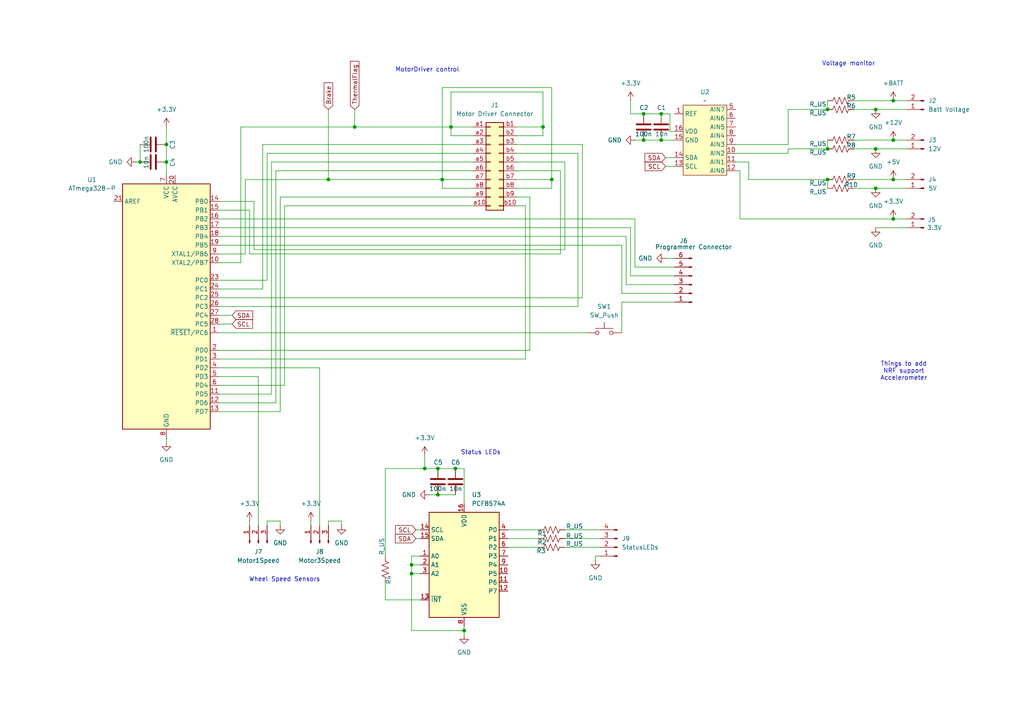
<source format=kicad_sch>
(kicad_sch (version 20231120) (generator "eeschema") (generator_version "8.0")
  (paper "A4")
  (lib_symbols
    (symbol "ADCs:MAX11603"
      (property "Reference" "U" (at 0.762 1.016 0))
      (symbol "MAX11603_1_1"
        (rectangle (start 0 0) (end 12.7 -20.32) (fill (type background)))
        (pin input line (at 15.24 -17.78 180) (length 2.54) (name "REF") (number "1"))
        (pin input line (at -2.54 -6.35 0) (length 2.54) (name "AIN2") (number "10"))
        (pin input line (at -2.54 -3.81 0) (length 2.54) (name "AIN1") (number "11"))
        (pin input line (at -2.54 -1.27 0) (length 2.54) (name "AIN0") (number "12"))
        (pin input line (at 15.24 -2.54 180) (length 2.54) (name "SCL") (number "13"))
        (pin input line (at 15.24 -5.08 180) (length 2.54) (name "SDA") (number "14"))
        (pin power_in line (at 15.24 -10.16 180) (length 2.54) (name "GND") (number "15"))
        (pin power_in line (at 15.24 -12.7 180) (length 2.54) (name "VDD") (number "16"))
        (pin input line (at -2.54 -19.05 0) (length 2.54) (name "AIN7") (number "5"))
        (pin input line (at -2.54 -16.51 0) (length 2.54) (name "AIN6") (number "6"))
        (pin input line (at -2.54 -13.97 0) (length 2.54) (name "AIN5") (number "7"))
        (pin input line (at -2.54 -11.43 0) (length 2.54) (name "AIN4") (number "8"))
        (pin input line (at -2.54 -8.89 0) (length 2.54) (name "AIN3") (number "9"))
      )
    )
    (symbol "Connector:Conn_01x02_Pin" (pin_names (offset 1.016) hide)
      (property "Reference" "J" (at 0 2.54 0))
      (property "Value" "Conn_01x02_Pin" (at 0 -5.08 0))
      (symbol "Conn_01x02_Pin_1_1"
        (polyline (pts (xy 1.27 -2.54) (xy 0.8636 -2.54)) (stroke (width 0.1524)))
        (polyline (pts (xy 1.27 0) (xy 0.8636 0)) (stroke (width 0.1524)))
        (rectangle (start 0.8636 -2.413) (end 0 -2.667) (stroke (width 0.1524)) (fill (type outline)))
        (rectangle (start 0.8636 0.127) (end 0 -0.127) (stroke (width 0.1524)) (fill (type outline)))
        (pin passive line (at 5.08 0 180) (length 3.81) (name "Pin_1") (number "1"))
        (pin passive line (at 5.08 -2.54 180) (length 3.81) (name "Pin_2") (number "2"))
      )
    )
    (symbol "Connector:Conn_01x03_Pin" (pin_names (offset 1.016) hide)
      (property "Reference" "J" (at 0 5.08 0))
      (property "Value" "Conn_01x03_Pin" (at 0 -5.08 0))
      (symbol "Conn_01x03_Pin_1_1"
        (polyline (pts (xy 1.27 -2.54) (xy 0.8636 -2.54)) (stroke (width 0.1524)))
        (polyline (pts (xy 1.27 0) (xy 0.8636 0)) (stroke (width 0.1524)))
        (polyline (pts (xy 1.27 2.54) (xy 0.8636 2.54)) (stroke (width 0.1524)))
        (rectangle (start 0.8636 -2.413) (end 0 -2.667) (stroke (width 0.1524)) (fill (type outline)))
        (rectangle (start 0.8636 0.127) (end 0 -0.127) (stroke (width 0.1524)) (fill (type outline)))
        (rectangle (start 0.8636 2.667) (end 0 2.413) (stroke (width 0.1524)) (fill (type outline)))
        (pin passive line (at 5.08 2.54 180) (length 3.81) (name "Pin_1") (number "1"))
        (pin passive line (at 5.08 0 180) (length 3.81) (name "Pin_2") (number "2"))
        (pin passive line (at 5.08 -2.54 180) (length 3.81) (name "Pin_3") (number "3"))
      )
    )
    (symbol "Connector:Conn_01x04_Pin" (pin_names (offset 1.016) hide)
      (property "Reference" "J" (at 0 5.08 0))
      (property "Value" "Conn_01x04_Pin" (at 0 -7.62 0))
      (symbol "Conn_01x04_Pin_1_1"
        (polyline (pts (xy 1.27 -5.08) (xy 0.8636 -5.08)) (stroke (width 0.1524)))
        (polyline (pts (xy 1.27 -2.54) (xy 0.8636 -2.54)) (stroke (width 0.1524)))
        (polyline (pts (xy 1.27 0) (xy 0.8636 0)) (stroke (width 0.1524)))
        (polyline (pts (xy 1.27 2.54) (xy 0.8636 2.54)) (stroke (width 0.1524)))
        (rectangle (start 0.8636 -4.953) (end 0 -5.207) (stroke (width 0.1524)) (fill (type outline)))
        (rectangle (start 0.8636 -2.413) (end 0 -2.667) (stroke (width 0.1524)) (fill (type outline)))
        (rectangle (start 0.8636 0.127) (end 0 -0.127) (stroke (width 0.1524)) (fill (type outline)))
        (rectangle (start 0.8636 2.667) (end 0 2.413) (stroke (width 0.1524)) (fill (type outline)))
        (pin passive line (at 5.08 2.54 180) (length 3.81) (name "Pin_1") (number "1"))
        (pin passive line (at 5.08 0 180) (length 3.81) (name "Pin_2") (number "2"))
        (pin passive line (at 5.08 -2.54 180) (length 3.81) (name "Pin_3") (number "3"))
        (pin passive line (at 5.08 -5.08 180) (length 3.81) (name "Pin_4") (number "4"))
      )
    )
    (symbol "Connector:Conn_01x06_Pin" (pin_names (offset 1.016) hide)
      (property "Reference" "J" (at 0 7.62 0))
      (property "Value" "Conn_01x06_Pin" (at 0 -10.16 0))
      (symbol "Conn_01x06_Pin_1_1"
        (polyline (pts (xy 1.27 -7.62) (xy 0.8636 -7.62)) (stroke (width 0.1524)))
        (polyline (pts (xy 1.27 -5.08) (xy 0.8636 -5.08)) (stroke (width 0.1524)))
        (polyline (pts (xy 1.27 -2.54) (xy 0.8636 -2.54)) (stroke (width 0.1524)))
        (polyline (pts (xy 1.27 0) (xy 0.8636 0)) (stroke (width 0.1524)))
        (polyline (pts (xy 1.27 2.54) (xy 0.8636 2.54)) (stroke (width 0.1524)))
        (polyline (pts (xy 1.27 5.08) (xy 0.8636 5.08)) (stroke (width 0.1524)))
        (rectangle (start 0.8636 -7.493) (end 0 -7.747) (stroke (width 0.1524)) (fill (type outline)))
        (rectangle (start 0.8636 -4.953) (end 0 -5.207) (stroke (width 0.1524)) (fill (type outline)))
        (rectangle (start 0.8636 -2.413) (end 0 -2.667) (stroke (width 0.1524)) (fill (type outline)))
        (rectangle (start 0.8636 0.127) (end 0 -0.127) (stroke (width 0.1524)) (fill (type outline)))
        (rectangle (start 0.8636 2.667) (end 0 2.413) (stroke (width 0.1524)) (fill (type outline)))
        (rectangle (start 0.8636 5.207) (end 0 4.953) (stroke (width 0.1524)) (fill (type outline)))
        (pin passive line (at 5.08 5.08 180) (length 3.81) (name "Pin_1") (number "1"))
        (pin passive line (at 5.08 2.54 180) (length 3.81) (name "Pin_2") (number "2"))
        (pin passive line (at 5.08 0 180) (length 3.81) (name "Pin_3") (number "3"))
        (pin passive line (at 5.08 -2.54 180) (length 3.81) (name "Pin_4") (number "4"))
        (pin passive line (at 5.08 -5.08 180) (length 3.81) (name "Pin_5") (number "5"))
        (pin passive line (at 5.08 -7.62 180) (length 3.81) (name "Pin_6") (number "6"))
      )
    )
    (symbol "Connector:DIN41612_02x10_AB" (pin_names (offset 1.016) hide)
      (property "Reference" "J" (at 1.27 12.7 0))
      (property "Value" "DIN41612_02x10_AB" (at 1.27 -15.24 0))
      (symbol "DIN41612_02x10_AB_1_1"
        (rectangle (start -1.27 -12.573) (end 0 -12.827) (stroke (width 0.1524)))
        (rectangle (start -1.27 -10.033) (end 0 -10.287) (stroke (width 0.1524)))
        (rectangle (start -1.27 -7.493) (end 0 -7.747) (stroke (width 0.1524)))
        (rectangle (start -1.27 -4.953) (end 0 -5.207) (stroke (width 0.1524)))
        (rectangle (start -1.27 -2.413) (end 0 -2.667) (stroke (width 0.1524)))
        (rectangle (start -1.27 0.127) (end 0 -0.127) (stroke (width 0.1524)))
        (rectangle (start -1.27 2.667) (end 0 2.413) (stroke (width 0.1524)))
        (rectangle (start -1.27 5.207) (end 0 4.953) (stroke (width 0.1524)))
        (rectangle (start -1.27 7.747) (end 0 7.493) (stroke (width 0.1524)))
        (rectangle (start -1.27 10.287) (end 0 10.033) (stroke (width 0.1524)))
        (rectangle (start -1.27 11.43) (end 3.81 -13.97) (stroke (width 0.254)) (fill (type background)))
        (rectangle (start 3.81 -12.573) (end 2.54 -12.827) (stroke (width 0.1524)))
        (rectangle (start 3.81 -10.033) (end 2.54 -10.287) (stroke (width 0.1524)))
        (rectangle (start 3.81 -7.493) (end 2.54 -7.747) (stroke (width 0.1524)))
        (rectangle (start 3.81 -4.953) (end 2.54 -5.207) (stroke (width 0.1524)))
        (rectangle (start 3.81 -2.413) (end 2.54 -2.667) (stroke (width 0.1524)))
        (rectangle (start 3.81 0.127) (end 2.54 -0.127) (stroke (width 0.1524)))
        (rectangle (start 3.81 2.667) (end 2.54 2.413) (stroke (width 0.1524)))
        (rectangle (start 3.81 5.207) (end 2.54 4.953) (stroke (width 0.1524)))
        (rectangle (start 3.81 7.747) (end 2.54 7.493) (stroke (width 0.1524)))
        (rectangle (start 3.81 10.287) (end 2.54 10.033) (stroke (width 0.1524)))
        (pin passive line (at -5.08 10.16 0) (length 3.81) (name "Pin_a1") (number "a1"))
        (pin passive line (at -5.08 -12.7 0) (length 3.81) (name "Pin_a10") (number "a10"))
        (pin passive line (at -5.08 7.62 0) (length 3.81) (name "Pin_a2") (number "a2"))
        (pin passive line (at -5.08 5.08 0) (length 3.81) (name "Pin_a3") (number "a3"))
        (pin passive line (at -5.08 2.54 0) (length 3.81) (name "Pin_a4") (number "a4"))
        (pin passive line (at -5.08 0 0) (length 3.81) (name "Pin_a5") (number "a5"))
        (pin passive line (at -5.08 -2.54 0) (length 3.81) (name "Pin_a6") (number "a6"))
        (pin passive line (at -5.08 -5.08 0) (length 3.81) (name "Pin_a7") (number "a7"))
        (pin passive line (at -5.08 -7.62 0) (length 3.81) (name "Pin_a8") (number "a8"))
        (pin passive line (at -5.08 -10.16 0) (length 3.81) (name "Pin_a9") (number "a9"))
        (pin passive line (at 7.62 10.16 180) (length 3.81) (name "Pin_b1") (number "b1"))
        (pin passive line (at 7.62 -12.7 180) (length 3.81) (name "Pin_b10") (number "b10"))
        (pin passive line (at 7.62 7.62 180) (length 3.81) (name "Pin_b2") (number "b2"))
        (pin passive line (at 7.62 5.08 180) (length 3.81) (name "Pin_b3") (number "b3"))
        (pin passive line (at 7.62 2.54 180) (length 3.81) (name "Pin_b4") (number "b4"))
        (pin passive line (at 7.62 0 180) (length 3.81) (name "Pin_b5") (number "b5"))
        (pin passive line (at 7.62 -2.54 180) (length 3.81) (name "Pin_b6") (number "b6"))
        (pin passive line (at 7.62 -5.08 180) (length 3.81) (name "Pin_b7") (number "b7"))
        (pin passive line (at 7.62 -7.62 180) (length 3.81) (name "Pin_b8") (number "b8"))
        (pin passive line (at 7.62 -10.16 180) (length 3.81) (name "Pin_b9") (number "b9"))
      )
    )
    (symbol "Device:C" (pin_numbers hide) (pin_names (offset 0.254))
      (property "Reference" "C" (at 0.635 2.54 0))
      (property "Value" "C" (at 0.635 -2.54 0))
      (symbol "C_0_1"
        (polyline (pts (xy -2.032 -0.762) (xy 2.032 -0.762)) (stroke (width 0.508)))
        (polyline (pts (xy -2.032 0.762) (xy 2.032 0.762)) (stroke (width 0.508)))
      )
      (symbol "C_1_1"
        (pin passive line (at 0 3.81 270) (length 2.794) (name "~") (number "1"))
        (pin passive line (at 0 -3.81 90) (length 2.794) (name "~") (number "2"))
      )
    )
    (symbol "Device:R_US" (pin_numbers hide) (pin_names (offset 0))
      (property "Reference" "R" (at 2.54 0 90))
      (property "Value" "R_US" (at -2.54 0 90))
      (symbol "R_US_0_1"
        (polyline (pts (xy 0 -2.286) (xy 0 -2.54)))
        (polyline (pts (xy 0 2.286) (xy 0 2.54)))
        (polyline (pts (xy 0 -0.762) (xy 1.016 -1.143) (xy 0 -1.524) (xy -1.016 -1.905) (xy 0 -2.286)))
        (polyline (pts (xy 0 0.762) (xy 1.016 0.381) (xy 0 0) (xy -1.016 -0.381) (xy 0 -0.762)))
        (polyline (pts (xy 0 2.286) (xy 1.016 1.905) (xy 0 1.524) (xy -1.016 1.143) (xy 0 0.762)))
      )
      (symbol "R_US_1_1"
        (pin passive line (at 0 3.81 270) (length 1.27) (name "~") (number "1"))
        (pin passive line (at 0 -3.81 90) (length 1.27) (name "~") (number "2"))
      )
    )
    (symbol "Interface_Expansion:PCF8574A"
      (property "Reference" "U" (at -8.89 16.51 0))
      (property "Value" "PCF8574A" (at 2.54 16.51 0))
      (symbol "PCF8574A_0_1"
        (rectangle (start -10.16 15.24) (end 10.16 -15.24) (stroke (width 0.254)) (fill (type background)))
      )
      (symbol "PCF8574A_1_1"
        (pin input line (at -12.7 2.54 0) (length 2.54) (name "A0") (number "1"))
        (pin bidirectional line (at 12.7 -2.54 180) (length 2.54) (name "P5") (number "10"))
        (pin bidirectional line (at 12.7 -5.08 180) (length 2.54) (name "P6") (number "11"))
        (pin bidirectional line (at 12.7 -7.62 180) (length 2.54) (name "P7") (number "12"))
        (pin open_collector output_low (at -12.7 -10.16 0) (length 2.54) (name "~{INT}") (number "13"))
        (pin input line (at -12.7 10.16 0) (length 2.54) (name "SCL") (number "14"))
        (pin bidirectional line (at -12.7 7.62 0) (length 2.54) (name "SDA") (number "15"))
        (pin power_in line (at 0 17.78 270) (length 2.54) (name "VDD") (number "16"))
        (pin input line (at -12.7 0 0) (length 2.54) (name "A1") (number "2"))
        (pin input line (at -12.7 -2.54 0) (length 2.54) (name "A2") (number "3"))
        (pin bidirectional line (at 12.7 10.16 180) (length 2.54) (name "P0") (number "4"))
        (pin bidirectional line (at 12.7 7.62 180) (length 2.54) (name "P1") (number "5"))
        (pin bidirectional line (at 12.7 5.08 180) (length 2.54) (name "P2") (number "6"))
        (pin bidirectional line (at 12.7 2.54 180) (length 2.54) (name "P3") (number "7"))
        (pin power_in line (at 0 -17.78 90) (length 2.54) (name "VSS") (number "8"))
        (pin bidirectional line (at 12.7 0 180) (length 2.54) (name "P4") (number "9"))
      )
    )
    (symbol "MCU_Microchip_ATmega:ATmega328-P"
      (property "Reference" "U" (at -12.7 36.83 0))
      (property "Value" "ATmega328-P" (at 2.54 -36.83 0))
      (symbol "ATmega328-P_0_1"
        (rectangle (start -12.7 -35.56) (end 12.7 35.56) (stroke (width 0.254)) (fill (type background)))
      )
      (symbol "ATmega328-P_1_1"
        (pin bidirectional line (at 15.24 -7.62 180) (length 2.54) (name "~{RESET}/PC6") (number "1"))
        (pin bidirectional line (at 15.24 12.7 180) (length 2.54) (name "XTAL2/PB7") (number "10"))
        (pin bidirectional line (at 15.24 -25.4 180) (length 2.54) (name "PD5") (number "11"))
        (pin bidirectional line (at 15.24 -27.94 180) (length 2.54) (name "PD6") (number "12"))
        (pin bidirectional line (at 15.24 -30.48 180) (length 2.54) (name "PD7") (number "13"))
        (pin bidirectional line (at 15.24 30.48 180) (length 2.54) (name "PB0") (number "14"))
        (pin bidirectional line (at 15.24 27.94 180) (length 2.54) (name "PB1") (number "15"))
        (pin bidirectional line (at 15.24 25.4 180) (length 2.54) (name "PB2") (number "16"))
        (pin bidirectional line (at 15.24 22.86 180) (length 2.54) (name "PB3") (number "17"))
        (pin bidirectional line (at 15.24 20.32 180) (length 2.54) (name "PB4") (number "18"))
        (pin bidirectional line (at 15.24 17.78 180) (length 2.54) (name "PB5") (number "19"))
        (pin bidirectional line (at 15.24 -12.7 180) (length 2.54) (name "PD0") (number "2"))
        (pin power_in line (at 2.54 38.1 270) (length 2.54) (name "AVCC") (number "20"))
        (pin passive line (at -15.24 30.48 0) (length 2.54) (name "AREF") (number "21"))
        (pin passive line (at 0 -38.1 90) (length 2.54) hide (name "GND") (number "22"))
        (pin bidirectional line (at 15.24 7.62 180) (length 2.54) (name "PC0") (number "23"))
        (pin bidirectional line (at 15.24 5.08 180) (length 2.54) (name "PC1") (number "24"))
        (pin bidirectional line (at 15.24 2.54 180) (length 2.54) (name "PC2") (number "25"))
        (pin bidirectional line (at 15.24 0 180) (length 2.54) (name "PC3") (number "26"))
        (pin bidirectional line (at 15.24 -2.54 180) (length 2.54) (name "PC4") (number "27"))
        (pin bidirectional line (at 15.24 -5.08 180) (length 2.54) (name "PC5") (number "28"))
        (pin bidirectional line (at 15.24 -15.24 180) (length 2.54) (name "PD1") (number "3"))
        (pin bidirectional line (at 15.24 -17.78 180) (length 2.54) (name "PD2") (number "4"))
        (pin bidirectional line (at 15.24 -20.32 180) (length 2.54) (name "PD3") (number "5"))
        (pin bidirectional line (at 15.24 -22.86 180) (length 2.54) (name "PD4") (number "6"))
        (pin power_in line (at 0 38.1 270) (length 2.54) (name "VCC") (number "7"))
        (pin power_in line (at 0 -38.1 90) (length 2.54) (name "GND") (number "8"))
        (pin bidirectional line (at 15.24 15.24 180) (length 2.54) (name "XTAL1/PB6") (number "9"))
      )
    )
    (symbol "Switch:SW_Push" (pin_numbers hide) (pin_names (offset 1.016) hide)
      (property "Reference" "SW" (at 1.27 2.54 0))
      (property "Value" "SW_Push" (at 0 -1.524 0))
      (symbol "SW_Push_0_1"
        (circle (center -2.032 0) (radius 0.508))
        (polyline (pts (xy 0 1.27) (xy 0 3.048)))
        (polyline (pts (xy 2.54 1.27) (xy -2.54 1.27)))
        (circle (center 2.032 0) (radius 0.508))
        (pin passive line (at -5.08 0 0) (length 2.54) (name "1") (number "1"))
        (pin passive line (at 5.08 0 180) (length 2.54) (name "2") (number "2"))
      )
    )
    (symbol "power:+12V" (power) (pin_numbers hide) (pin_names (offset 0) hide)
      (property "Value" "+12V" (at 0 3.556 0))
      (symbol "+12V_0_1"
        (polyline (pts (xy -0.762 1.27) (xy 0 2.54)))
        (polyline (pts (xy 0 0) (xy 0 2.54)))
        (polyline (pts (xy 0 2.54) (xy 0.762 1.27)))
      )
      (symbol "+12V_1_1"
        (pin power_in line (at 0 0 90) (length 0) (name "~") (number "1"))
      )
    )
    (symbol "power:+3.3V" (power) (pin_numbers hide) (pin_names (offset 0) hide)
      (property "Value" "+3.3V" (at 0 3.556 0))
      (symbol "+3.3V_0_1"
        (polyline (pts (xy -0.762 1.27) (xy 0 2.54)))
        (polyline (pts (xy 0 0) (xy 0 2.54)))
        (polyline (pts (xy 0 2.54) (xy 0.762 1.27)))
      )
      (symbol "+3.3V_1_1"
        (pin power_in line (at 0 0 90) (length 0) (name "~") (number "1"))
      )
    )
    (symbol "power:+5V" (power) (pin_numbers hide) (pin_names (offset 0) hide)
      (property "Value" "+5V" (at 0 3.556 0))
      (symbol "+5V_0_1"
        (polyline (pts (xy -0.762 1.27) (xy 0 2.54)))
        (polyline (pts (xy 0 0) (xy 0 2.54)))
        (polyline (pts (xy 0 2.54) (xy 0.762 1.27)))
      )
      (symbol "+5V_1_1"
        (pin power_in line (at 0 0 90) (length 0) (name "~") (number "1"))
      )
    )
    (symbol "power:+BATT" (power) (pin_numbers hide) (pin_names (offset 0) hide)
      (property "Value" "+BATT" (at 0 3.556 0))
      (symbol "+BATT_0_1"
        (polyline (pts (xy -0.762 1.27) (xy 0 2.54)))
        (polyline (pts (xy 0 0) (xy 0 2.54)))
        (polyline (pts (xy 0 2.54) (xy 0.762 1.27)))
      )
      (symbol "+BATT_1_1"
        (pin power_in line (at 0 0 90) (length 0) (name "~") (number "1"))
      )
    )
    (symbol "power:GND" (power) (pin_numbers hide) (pin_names (offset 0) hide)
      (property "Value" "GND" (at 0 -3.81 0))
      (symbol "GND_0_1"
        (polyline (pts (xy 0 0) (xy 0 -1.27) (xy 1.27 -1.27) (xy 0 -2.54) (xy -1.27 -1.27) (xy 0 -1.27)))
      )
      (symbol "GND_1_1"
        (pin power_in line (at 0 0 270) (length 0) (name "~") (number "1"))
      )
    )
  )
  (junction (at 259.08 52.07))
  (junction (at 254 43.18))
  (junction (at 186.69 40.64))
  (junction (at 259.08 29.21))
  (junction (at 128.27 52.07))
  (junction (at 191.77 40.64))
  (junction (at 132.08 135.89))
  (junction (at 119.38 166.37))
  (junction (at 102.87 36.83))
  (junction (at 186.69 33.02))
  (junction (at 259.08 40.64))
  (junction (at 160.02 52.07))
  (junction (at 240.03 43.18))
  (junction (at 191.77 33.02))
  (junction (at 127 143.51))
  (junction (at 48.26 41.91))
  (junction (at 134.62 182.88))
  (junction (at 240.03 31.75))
  (junction (at 119.38 163.83))
  (junction (at 95.25 52.07))
  (junction (at 259.08 63.5))
  (junction (at 254 54.61))
  (junction (at 40.64 46.99))
  (junction (at 130.81 36.83))
  (junction (at 127 135.89))
  (junction (at 157.48 36.83))
  (junction (at 254 31.75))
  (junction (at 123.19 135.89))
  (junction (at 48.26 46.99))
  (junction (at 240.03 52.07))
  (wire (pts (xy 63.5 106.68) (xy 92.71 106.68)))
  (wire (pts (xy 90.17 151.13) (xy 90.17 152.4)))
  (wire (pts (xy 111.76 135.89) (xy 123.19 135.89)))
  (wire (pts (xy 191.77 40.64) (xy 195.58 40.64)))
  (wire (pts (xy 95.25 52.07) (xy 95.25 31.75)))
  (wire (pts (xy 214.63 49.53) (xy 214.63 63.5)))
  (wire (pts (xy 193.04 48.26) (xy 195.58 48.26)))
  (wire (pts (xy 149.86 44.45) (xy 167.64 44.45)))
  (wire (pts (xy 123.19 135.89) (xy 127 135.89)))
  (wire (pts (xy 193.04 45.72) (xy 195.58 45.72)))
  (wire (pts (xy 149.86 39.37) (xy 157.48 39.37)))
  (wire (pts (xy 147.32 158.75) (xy 156.21 158.75)))
  (wire (pts (xy 74.93 152.4) (xy 74.93 109.22)))
  (wire (pts (xy 78.74 114.3) (xy 63.5 114.3)))
  (wire (pts (xy 102.87 36.83) (xy 130.81 36.83)))
  (wire (pts (xy 160.02 52.07) (xy 160.02 25.4)))
  (wire (pts (xy 247.65 43.18) (xy 254 43.18)))
  (wire (pts (xy 77.47 81.28) (xy 63.5 81.28)))
  (wire (pts (xy 102.87 36.83) (xy 102.87 31.75)))
  (wire (pts (xy 63.5 60.96) (xy 72.39 60.96)))
  (wire (pts (xy 213.36 41.91) (xy 228.6 41.91)))
  (wire (pts (xy 121.92 173.99) (xy 111.76 173.99)))
  (wire (pts (xy 163.83 46.99) (xy 149.86 46.99)))
  (wire (pts (xy 240.03 40.64) (xy 240.03 43.18)))
  (wire (pts (xy 217.17 46.99) (xy 217.17 52.07)))
  (wire (pts (xy 95.25 152.4) (xy 95.25 151.13)))
  (wire (pts (xy 259.08 40.64) (xy 262.89 40.64)))
  (wire (pts (xy 119.38 163.83) (xy 119.38 166.37)))
  (wire (pts (xy 163.83 153.67) (xy 173.99 153.67)))
  (wire (pts (xy 63.5 63.5) (xy 184.15 63.5)))
  (wire (pts (xy 72.39 73.66) (xy 162.56 73.66)))
  (wire (pts (xy 213.36 44.45) (xy 228.6 44.45)))
  (wire (pts (xy 132.08 135.89) (xy 127 135.89)))
  (wire (pts (xy 63.5 104.14) (xy 152.4 104.14)))
  (wire (pts (xy 228.6 41.91) (xy 228.6 31.75)))
  (wire (pts (xy 128.27 52.07) (xy 95.25 52.07)))
  (wire (pts (xy 254 43.18) (xy 262.89 43.18)))
  (wire (pts (xy 82.55 59.69) (xy 137.16 59.69)))
  (wire (pts (xy 186.69 40.64) (xy 191.77 40.64)))
  (wire (pts (xy 147.32 156.21) (xy 156.21 156.21)))
  (wire (pts (xy 180.34 71.12) (xy 180.34 85.09)))
  (wire (pts (xy 194.31 33.02) (xy 191.77 33.02)))
  (wire (pts (xy 81.28 119.38) (xy 81.28 57.15)))
  (wire (pts (xy 134.62 135.89) (xy 134.62 146.05)))
  (wire (pts (xy 124.46 143.51) (xy 127 143.51)))
  (wire (pts (xy 137.16 46.99) (xy 78.74 46.99)))
  (wire (pts (xy 76.2 83.82) (xy 76.2 41.91)))
  (wire (pts (xy 162.56 49.53) (xy 149.86 49.53)))
  (wire (pts (xy 180.34 85.09) (xy 195.58 85.09)))
  (wire (pts (xy 149.86 54.61) (xy 160.02 54.61)))
  (wire (pts (xy 40.64 41.91) (xy 40.64 46.99)))
  (wire (pts (xy 149.86 36.83) (xy 157.48 36.83)))
  (wire (pts (xy 153.67 57.15) (xy 149.86 57.15)))
  (wire (pts (xy 63.5 73.66) (xy 71.12 73.66)))
  (wire (pts (xy 160.02 54.61) (xy 160.02 52.07)))
  (wire (pts (xy 119.38 166.37) (xy 119.38 182.88)))
  (wire (pts (xy 217.17 52.07) (xy 240.03 52.07)))
  (wire (pts (xy 160.02 25.4) (xy 128.27 25.4)))
  (wire (pts (xy 163.83 156.21) (xy 173.99 156.21)))
  (wire (pts (xy 121.92 161.29) (xy 119.38 161.29)))
  (wire (pts (xy 69.85 36.83) (xy 102.87 36.83)))
  (wire (pts (xy 63.5 83.82) (xy 76.2 83.82)))
  (wire (pts (xy 180.34 87.63) (xy 195.58 87.63)))
  (wire (pts (xy 214.63 49.53) (xy 213.36 49.53)))
  (wire (pts (xy 73.66 72.39) (xy 163.83 72.39)))
  (wire (pts (xy 63.5 111.76) (xy 82.55 111.76)))
  (wire (pts (xy 71.12 52.07) (xy 95.25 52.07)))
  (wire (pts (xy 92.71 106.68) (xy 92.71 152.4)))
  (wire (pts (xy 48.26 127) (xy 48.26 128.27)))
  (wire (pts (xy 77.47 152.4) (xy 77.47 151.13)))
  (wire (pts (xy 81.28 57.15) (xy 137.16 57.15)))
  (wire (pts (xy 119.38 161.29) (xy 119.38 163.83)))
  (wire (pts (xy 127 143.51) (xy 132.08 143.51)))
  (wire (pts (xy 130.81 36.83) (xy 137.16 36.83)))
  (wire (pts (xy 254 66.04) (xy 262.89 66.04)))
  (wire (pts (xy 254 31.75) (xy 262.89 31.75)))
  (wire (pts (xy 259.08 52.07) (xy 262.89 52.07)))
  (wire (pts (xy 63.5 58.42) (xy 73.66 58.42)))
  (wire (pts (xy 128.27 25.4) (xy 128.27 52.07)))
  (wire (pts (xy 128.27 52.07) (xy 128.27 54.61)))
  (wire (pts (xy 182.88 29.21) (xy 182.88 33.02)))
  (wire (pts (xy 254 54.61) (xy 262.89 54.61)))
  (wire (pts (xy 72.39 151.13) (xy 72.39 152.4)))
  (wire (pts (xy 153.67 101.6) (xy 153.67 57.15)))
  (wire (pts (xy 157.48 36.83) (xy 157.48 26.67)))
  (wire (pts (xy 134.62 182.88) (xy 134.62 184.15)))
  (wire (pts (xy 180.34 96.52) (xy 180.34 87.63)))
  (wire (pts (xy 228.6 31.75) (xy 240.03 31.75)))
  (wire (pts (xy 184.15 63.5) (xy 184.15 77.47)))
  (wire (pts (xy 157.48 26.67) (xy 130.81 26.67)))
  (wire (pts (xy 247.65 54.61) (xy 254 54.61)))
  (wire (pts (xy 77.47 44.45) (xy 77.47 81.28)))
  (wire (pts (xy 137.16 39.37) (xy 130.81 39.37)))
  (wire (pts (xy 167.64 88.9) (xy 63.5 88.9)))
  (wire (pts (xy 193.04 74.93) (xy 195.58 74.93)))
  (wire (pts (xy 128.27 54.61) (xy 137.16 54.61)))
  (wire (pts (xy 99.06 151.13) (xy 99.06 152.4)))
  (wire (pts (xy 39.37 46.99) (xy 40.64 46.99)))
  (wire (pts (xy 149.86 59.69) (xy 152.4 59.69)))
  (wire (pts (xy 228.6 43.18) (xy 240.03 43.18)))
  (wire (pts (xy 163.83 158.75) (xy 173.99 158.75)))
  (wire (pts (xy 63.5 66.04) (xy 182.88 66.04)))
  (wire (pts (xy 162.56 73.66) (xy 162.56 49.53)))
  (wire (pts (xy 78.74 46.99) (xy 78.74 114.3)))
  (wire (pts (xy 152.4 59.69) (xy 152.4 104.14)))
  (wire (pts (xy 77.47 151.13) (xy 81.28 151.13)))
  (wire (pts (xy 120.65 156.21) (xy 121.92 156.21)))
  (wire (pts (xy 173.99 161.29) (xy 172.72 161.29)))
  (wire (pts (xy 195.58 38.1) (xy 194.31 38.1)))
  (wire (pts (xy 247.65 29.21) (xy 259.08 29.21)))
  (wire (pts (xy 95.25 151.13) (xy 99.06 151.13)))
  (wire (pts (xy 157.48 39.37) (xy 157.48 36.83)))
  (wire (pts (xy 240.03 29.21) (xy 240.03 31.75)))
  (wire (pts (xy 259.08 63.5) (xy 262.89 63.5)))
  (wire (pts (xy 48.26 46.99) (xy 48.26 50.8)))
  (wire (pts (xy 149.86 52.07) (xy 160.02 52.07)))
  (wire (pts (xy 80.01 116.84) (xy 80.01 49.53)))
  (wire (pts (xy 247.65 52.07) (xy 259.08 52.07)))
  (wire (pts (xy 194.31 38.1) (xy 194.31 33.02)))
  (wire (pts (xy 76.2 41.91) (xy 137.16 41.91)))
  (wire (pts (xy 213.36 46.99) (xy 217.17 46.99)))
  (wire (pts (xy 111.76 173.99) (xy 111.76 168.91)))
  (wire (pts (xy 182.88 66.04) (xy 182.88 80.01)))
  (wire (pts (xy 111.76 161.29) (xy 111.76 135.89)))
  (wire (pts (xy 130.81 39.37) (xy 130.81 36.83)))
  (wire (pts (xy 137.16 44.45) (xy 77.47 44.45)))
  (wire (pts (xy 63.5 116.84) (xy 80.01 116.84)))
  (wire (pts (xy 63.5 76.2) (xy 69.85 76.2)))
  (wire (pts (xy 48.26 41.91) (xy 48.26 46.99)))
  (wire (pts (xy 134.62 135.89) (xy 132.08 135.89)))
  (wire (pts (xy 149.86 41.91) (xy 168.91 41.91)))
  (wire (pts (xy 184.15 77.47) (xy 195.58 77.47)))
  (wire (pts (xy 184.15 40.64) (xy 186.69 40.64)))
  (wire (pts (xy 163.83 72.39) (xy 163.83 46.99)))
  (wire (pts (xy 63.5 96.52) (xy 170.18 96.52)))
  (wire (pts (xy 71.12 73.66) (xy 71.12 52.07)))
  (wire (pts (xy 168.91 41.91) (xy 168.91 86.36)))
  (wire (pts (xy 63.5 93.98) (xy 67.31 93.98)))
  (wire (pts (xy 228.6 44.45) (xy 228.6 43.18)))
  (wire (pts (xy 167.64 44.45) (xy 167.64 88.9)))
  (wire (pts (xy 147.32 153.67) (xy 156.21 153.67)))
  (wire (pts (xy 247.65 40.64) (xy 259.08 40.64)))
  (wire (pts (xy 74.93 109.22) (xy 63.5 109.22)))
  (wire (pts (xy 63.5 101.6) (xy 153.67 101.6)))
  (wire (pts (xy 130.81 26.67) (xy 130.81 36.83)))
  (wire (pts (xy 195.58 80.01) (xy 182.88 80.01)))
  (wire (pts (xy 72.39 60.96) (xy 72.39 73.66)))
  (wire (pts (xy 247.65 31.75) (xy 254 31.75)))
  (wire (pts (xy 63.5 119.38) (xy 81.28 119.38)))
  (wire (pts (xy 69.85 76.2) (xy 69.85 36.83)))
  (wire (pts (xy 81.28 151.13) (xy 81.28 152.4)))
  (wire (pts (xy 63.5 91.44) (xy 67.31 91.44)))
  (wire (pts (xy 119.38 163.83) (xy 121.92 163.83)))
  (wire (pts (xy 63.5 68.58) (xy 181.61 68.58)))
  (wire (pts (xy 181.61 68.58) (xy 181.61 82.55)))
  (wire (pts (xy 119.38 182.88) (xy 134.62 182.88)))
  (wire (pts (xy 48.26 36.83) (xy 48.26 41.91)))
  (wire (pts (xy 137.16 52.07) (xy 128.27 52.07)))
  (wire (pts (xy 63.5 71.12) (xy 180.34 71.12)))
  (wire (pts (xy 181.61 82.55) (xy 195.58 82.55)))
  (wire (pts (xy 80.01 49.53) (xy 137.16 49.53)))
  (wire (pts (xy 172.72 161.29) (xy 172.72 162.56)))
  (wire (pts (xy 168.91 86.36) (xy 63.5 86.36)))
  (wire (pts (xy 191.77 33.02) (xy 186.69 33.02)))
  (wire (pts (xy 134.62 181.61) (xy 134.62 182.88)))
  (wire (pts (xy 182.88 33.02) (xy 186.69 33.02)))
  (wire (pts (xy 259.08 29.21) (xy 262.89 29.21)))
  (wire (pts (xy 214.63 63.5) (xy 259.08 63.5)))
  (wire (pts (xy 120.65 153.67) (xy 121.92 153.67)))
  (wire (pts (xy 82.55 111.76) (xy 82.55 59.69)))
  (wire (pts (xy 240.03 52.07) (xy 240.03 54.61)))
  (wire (pts (xy 73.66 58.42) (xy 73.66 72.39)))
  (wire (pts (xy 123.19 132.08) (xy 123.19 135.89)))
  (wire (pts (xy 119.38 166.37) (xy 121.92 166.37)))
  (text "Voltage monitor" (at 246.126 18.542 0) (effects (font (size 1.27 1.27))))
  (text "Things to add\nNRF support\nAccelerometer" (at 262.128 107.696 0) (effects (font (size 1.27 1.27))))
  (text "MotorDriver control" (at 123.952 20.32 0) (effects (font (size 1.27 1.27))))
  (text "Status LEDs\n" (at 139.446 131.318 0) (effects (font (size 1.27 1.27))))
  (text "Wheel Speed Sensors" (at 82.55 168.148 0) (effects (font (size 1.27 1.27))))
  (global_label "SDA" (shape input) (at 120.65 156.21 180) (property "Intersheetrefs" "${INTERSHEET_REFS}" (effects (hide yes))))
  (global_label "SDA" (shape input) (at 67.31 91.44 0) (property "Intersheetrefs" "${INTERSHEET_REFS}" (effects (hide yes))))
  (global_label "ThermalFlag" (shape input) (at 102.87 31.75 90) (property "Intersheetrefs" "${INTERSHEET_REFS}" (effects (hide yes))))
  (global_label "SDA" (shape input) (at 193.04 45.72 180) (property "Intersheetrefs" "${INTERSHEET_REFS}" (effects (hide yes))))
  (global_label "SCL" (shape input) (at 67.31 93.98 0) (property "Intersheetrefs" "${INTERSHEET_REFS}" (effects (hide yes))))
  (global_label "Brake" (shape input) (at 95.25 31.75 90) (property "Intersheetrefs" "${INTERSHEET_REFS}" (effects (hide yes))))
  (global_label "SCL" (shape input) (at 193.04 48.26 180) (property "Intersheetrefs" "${INTERSHEET_REFS}" (effects (hide yes))))
  (global_label "SCL" (shape input) (at 120.65 153.67 180) (property "Intersheetrefs" "${INTERSHEET_REFS}" (effects (hide yes))))
  (symbol (lib_id "Connector:Conn_01x03_Pin") (at 74.93 157.48 90) (unit 1)
    (property "Reference" "J7" (at 74.93 160.02 90))
    (property "Value" "Motor1Speed" (at 74.93 162.56 90))
    (property "Description" "Generic connector, single row, 01x03, script generated" (effects (hide yes)))
  )
  (symbol (lib_id "power:+3.3V") (at 48.26 36.83 0) (unit 1)
    (property "Reference" "#PWR010" (effects (hide yes)))
    (property "Value" "+3.3V" (at 48.26 31.75 0))
    (property "Description" "Power symbol creates a global label with name \"+3.3V\"" (effects (hide yes)))
  )
  (symbol (lib_id "power:GND") (at 48.26 128.27 0) (unit 1)
    (property "Reference" "#PWR09" (effects (hide yes)))
    (property "Value" "GND" (at 48.26 133.35 0))
    (property "Description" "Power symbol creates a global label with name \"GND\" , ground" (effects (hide yes)))
  )
  (symbol (lib_id "Device:R_US") (at 160.02 156.21 90) (unit 1)
    (property "Reference" "R2" (at 157.226 157.226 90))
    (property "Value" "R_US" (at 166.624 155.448 90))
    (property "Description" "Resistor, US symbol" (effects (hide yes)))
  )
  (symbol (lib_id "Connector:Conn_01x03_Pin") (at 92.71 157.48 90) (unit 1)
    (property "Reference" "J8" (at 92.71 160.02 90))
    (property "Value" "Motor3Speed" (at 92.71 162.56 90))
    (property "Description" "Generic connector, single row, 01x03, script generated" (effects (hide yes)))
  )
  (symbol (lib_id "power:GND") (at 99.06 152.4 0) (unit 1)
    (property "Reference" "#PWR013" (effects (hide yes)))
    (property "Value" "GND" (at 99.06 157.48 0))
    (property "Description" "Power symbol creates a global label with name \"GND\" , ground" (effects (hide yes)))
  )
  (symbol (lib_id "power:GND") (at 254 54.61 0) (unit 1)
    (property "Reference" "#PWR07" (effects (hide yes)))
    (property "Value" "GND" (at 254 59.69 0))
    (property "Description" "Power symbol creates a global label with name \"GND\" , ground" (effects (hide yes)))
  )
  (symbol (lib_id "ADCs:MAX11603") (at 210.82 50.8 180) (unit 1)
    (property "Reference" "U2" (at 204.47 26.67 0))
    (property "Value" "~" (at 204.47 29.21 0))
  )
  (symbol (lib_id "Device:C") (at 132.08 139.7 0) (unit 1)
    (property "Reference" "C6" (at 130.81 134.112 0) (effects (justify left)))
    (property "Value" "10n" (at 130.302 141.732 0) (effects (justify left)))
    (property "Description" "Unpolarized capacitor" (effects (hide yes)))
  )
  (symbol (lib_id "Connector:Conn_01x02_Pin") (at 267.97 66.04 180) (unit 1)
    (property "Reference" "J5" (at 270.256 63.754 0))
    (property "Value" "3.3V" (at 271.018 66.04 0))
    (property "Description" "Generic connector, single row, 01x02, script generated" (effects (hide yes)))
  )
  (symbol (lib_id "power:+3.3V") (at 90.17 151.13 0) (unit 1)
    (property "Reference" "#PWR015" (effects (hide yes)))
    (property "Value" "+3.3V" (at 90.17 146.05 0))
    (property "Description" "Power symbol creates a global label with name \"+3.3V\"" (effects (hide yes)))
  )
  (symbol (lib_id "Device:C") (at 191.77 36.83 0) (unit 1)
    (property "Reference" "C1" (at 190.5 31.242 0) (effects (justify left)))
    (property "Value" "10n" (at 189.992 38.862 0) (effects (justify left)))
    (property "Description" "Unpolarized capacitor" (effects (hide yes)))
  )
  (symbol (lib_id "Device:C") (at 186.69 36.83 0) (unit 1)
    (property "Reference" "C2" (at 185.42 31.242 0) (effects (justify left)))
    (property "Value" "100n" (at 184.15 38.862 0) (effects (justify left)))
    (property "Description" "Unpolarized capacitor" (effects (hide yes)))
  )
  (symbol (lib_id "power:GND") (at 124.46 143.51 270) (unit 1)
    (property "Reference" "#PWR020" (effects (hide yes)))
    (property "Value" "GND" (at 120.65 143.5099 90) (effects (justify right)))
    (property "Description" "Power symbol creates a global label with name \"GND\" , ground" (effects (hide yes)))
  )
  (symbol (lib_id "power:GND") (at 134.62 184.15 0) (unit 1)
    (property "Reference" "#PWR021" (effects (hide yes)))
    (property "Value" "GND" (at 134.62 189.23 0))
    (property "Description" "Power symbol creates a global label with name \"GND\" , ground" (effects (hide yes)))
  )
  (symbol (lib_id "Device:R_US") (at 243.84 31.75 270) (unit 1)
    (property "Reference" "R6" (at 246.888 30.734 90))
    (property "Value" "R_US" (at 237.236 32.766 90))
    (property "Description" "Resistor, US symbol" (effects (hide yes)))
  )
  (symbol (lib_id "power:+3.3V") (at 182.88 29.21 0) (unit 1)
    (property "Reference" "#PWR016" (effects (hide yes)))
    (property "Value" "+3.3V" (at 182.88 24.13 0))
    (property "Description" "Power symbol creates a global label with name \"+3.3V\"" (effects (hide yes)))
  )
  (symbol (lib_id "Connector:Conn_01x06_Pin") (at 200.66 82.55 180) (unit 1)
    (property "Reference" "J6" (at 197.104 69.85 0) (effects (justify right)))
    (property "Value" "Programmer Connector" (at 189.992 71.628 0) (effects (justify right)))
    (property "Description" "Generic connector, single row, 01x06, script generated" (effects (hide yes)))
  )
  (symbol (lib_id "power:GND") (at 254 66.04 0) (unit 1)
    (property "Reference" "#PWR08" (effects (hide yes)))
    (property "Value" "GND" (at 254 71.12 0))
    (property "Description" "Power symbol creates a global label with name \"GND\" , ground" (effects (hide yes)))
  )
  (symbol (lib_id "power:+12V") (at 259.08 40.64 0) (unit 1)
    (property "Reference" "#PWR03" (effects (hide yes)))
    (property "Value" "+12V" (at 259.08 35.56 0))
    (property "Description" "Power symbol creates a global label with name \"+12V\"" (effects (hide yes)))
  )
  (symbol (lib_id "Connector:Conn_01x02_Pin") (at 267.97 43.18 180) (unit 1)
    (property "Reference" "J3" (at 269.24 40.6399 0) (effects (justify right)))
    (property "Value" "12V" (at 269.24 43.1799 0) (effects (justify right)))
    (property "Description" "Generic connector, single row, 01x02, script generated" (effects (hide yes)))
  )
  (symbol (lib_id "MCU_Microchip_ATmega:ATmega328-P") (at 48.26 88.9 0) (unit 1)
    (property "Reference" "U1" (at 26.67 52.1014 0))
    (property "Value" "ATmega328-P" (at 26.67 54.6414 0))
    (property "Footprint" "Package_DIP:DIP-28_W7.62mm" (effects (hide yes)))
    (property "Datasheet" "http://ww1.microchip.com/downloads/en/DeviceDoc/ATmega328_P%20AVR%20MCU%20with%20picoPower%20Technology%20Data%20Sheet%2040001984A.pdf" (effects (hide yes)))
    (property "Description" "20MHz, 32kB Flash, 2kB SRAM, 1kB EEPROM, DIP-28" (effects (hide yes)))
  )
  (symbol (lib_id "power:GND") (at 184.15 40.64 270) (unit 1)
    (property "Reference" "#PWR017" (effects (hide yes)))
    (property "Value" "GND" (at 180.34 40.6399 90) (effects (justify right)))
    (property "Description" "Power symbol creates a global label with name \"GND\" , ground" (effects (hide yes)))
  )
  (symbol (lib_id "Device:R_US") (at 243.84 29.21 270) (unit 1)
    (property "Reference" "R5" (at 246.888 28.194 90))
    (property "Value" "R_US" (at 237.236 30.226 90))
    (property "Description" "Resistor, US symbol" (effects (hide yes)))
  )
  (symbol (lib_id "Device:R_US") (at 160.02 153.67 90) (unit 1)
    (property "Reference" "R1" (at 157.226 154.686 90))
    (property "Value" "R_US" (at 166.624 152.654 90))
    (property "Description" "Resistor, US symbol" (effects (hide yes)))
  )
  (symbol (lib_id "Interface_Expansion:PCF8574A") (at 134.62 163.83 0) (unit 1)
    (property "Reference" "U3" (at 136.8141 143.51 0) (effects (justify left)))
    (property "Value" "PCF8574A" (at 136.8141 146.05 0) (effects (justify left)))
    (property "Datasheet" "http://www.nxp.com/docs/en/data-sheet/PCF8574_PCF8574A.pdf" (effects (hide yes)))
    (property "Description" "8 Bit Port/Expander to I2C Bus, DIP/SOIC-16" (effects (hide yes)))
  )
  (symbol (lib_id "power:+3.3V") (at 72.39 151.13 0) (unit 1)
    (property "Reference" "#PWR014" (effects (hide yes)))
    (property "Value" "+3.3V" (at 72.39 146.05 0))
    (property "Description" "Power symbol creates a global label with name \"+3.3V\"" (effects (hide yes)))
  )
  (symbol (lib_id "Device:C") (at 44.45 46.99 270) (unit 1)
    (property "Reference" "C4" (at 50.038 45.72 0) (effects (justify left)))
    (property "Value" "10n" (at 42.418 45.212 0) (effects (justify left)))
    (property "Description" "Unpolarized capacitor" (effects (hide yes)))
  )
  (symbol (lib_id "Device:R_US") (at 243.84 40.64 270) (unit 1)
    (property "Reference" "R7" (at 246.888 39.624 90))
    (property "Value" "R_US" (at 237.236 41.656 90))
    (property "Description" "Resistor, US symbol" (effects (hide yes)))
  )
  (symbol (lib_id "power:+3.3V") (at 123.19 132.08 0) (unit 1)
    (property "Reference" "#PWR019" (effects (hide yes)))
    (property "Value" "+3.3V" (at 123.19 127 0))
    (property "Description" "Power symbol creates a global label with name \"+3.3V\"" (effects (hide yes)))
  )
  (symbol (lib_id "Connector:Conn_01x02_Pin") (at 267.97 31.75 180) (unit 1)
    (property "Reference" "J2" (at 269.24 29.2099 0) (effects (justify right)))
    (property "Value" "Batt Voltage" (at 269.24 31.7499 0) (effects (justify right)))
    (property "Description" "Generic connector, single row, 01x02, script generated" (effects (hide yes)))
  )
  (symbol (lib_id "power:GND") (at 193.04 74.93 270) (unit 1)
    (property "Reference" "#PWR011" (effects (hide yes)))
    (property "Value" "GND" (at 189.23 74.9299 90) (effects (justify right)))
    (property "Description" "Power symbol creates a global label with name \"GND\" , ground" (effects (hide yes)))
  )
  (symbol (lib_id "power:GND") (at 39.37 46.99 270) (unit 1)
    (property "Reference" "#PWR018" (effects (hide yes)))
    (property "Value" "GND" (at 35.56 46.9899 90) (effects (justify right)))
    (property "Description" "Power symbol creates a global label with name \"GND\" , ground" (effects (hide yes)))
  )
  (symbol (lib_id "Switch:SW_Push") (at 175.26 96.52 0) (unit 1)
    (property "Reference" "SW1" (at 175.26 88.9 0))
    (property "Value" "SW_Push" (at 175.26 91.44 0))
    (property "Description" "Push button switch, generic, two pins" (effects (hide yes)))
  )
  (symbol (lib_id "power:+3.3V") (at 259.08 63.5 0) (unit 1)
    (property "Reference" "#PWR01" (effects (hide yes)))
    (property "Value" "+3.3V" (at 259.08 58.42 0))
    (property "Description" "Power symbol creates a global label with name \"+3.3V\"" (effects (hide yes)))
  )
  (symbol (lib_id "Connector:Conn_01x04_Pin") (at 179.07 158.75 180) (unit 1)
    (property "Reference" "J9" (at 180.34 156.2099 0) (effects (justify right)))
    (property "Value" "StatusLEDs" (at 180.34 158.7499 0) (effects (justify right)))
    (property "Description" "Generic connector, single row, 01x04, script generated" (effects (hide yes)))
  )
  (symbol (lib_id "power:GND") (at 254 31.75 0) (unit 1)
    (property "Reference" "#PWR05" (effects (hide yes)))
    (property "Value" "GND" (at 254 36.83 0))
    (property "Description" "Power symbol creates a global label with name \"GND\" , ground" (effects (hide yes)))
  )
  (symbol (lib_id "power:GND") (at 81.28 152.4 0) (unit 1)
    (property "Reference" "#PWR012" (effects (hide yes)))
    (property "Value" "GND" (at 81.28 157.48 0))
    (property "Description" "Power symbol creates a global label with name \"GND\" , ground" (effects (hide yes)))
  )
  (symbol (lib_id "Connector:Conn_01x02_Pin") (at 267.97 54.61 180) (unit 1)
    (property "Reference" "J4" (at 269.24 52.0699 0) (effects (justify right)))
    (property "Value" "5V" (at 269.24 54.6099 0) (effects (justify right)))
    (property "Description" "Generic connector, single row, 01x02, script generated" (effects (hide yes)))
  )
  (symbol (lib_id "power:+5V") (at 259.08 52.07 0) (unit 1)
    (property "Reference" "#PWR02" (effects (hide yes)))
    (property "Value" "+5V" (at 259.08 46.99 0))
    (property "Description" "Power symbol creates a global label with name \"+5V\"" (effects (hide yes)))
  )
  (symbol (lib_id "Device:R_US") (at 160.02 158.75 90) (unit 1)
    (property "Reference" "R3" (at 156.972 159.766 90))
    (property "Value" "R_US" (at 166.624 157.734 90))
    (property "Description" "Resistor, US symbol" (effects (hide yes)))
  )
  (symbol (lib_id "Device:R_US") (at 243.84 43.18 270) (unit 1)
    (property "Reference" "R8" (at 246.888 42.164 90))
    (property "Value" "R_US" (at 237.236 44.196 90))
    (property "Description" "Resistor, US symbol" (effects (hide yes)))
  )
  (symbol (lib_id "power:GND") (at 254 43.18 0) (unit 1)
    (property "Reference" "#PWR06" (effects (hide yes)))
    (property "Value" "GND" (at 254 48.26 0))
    (property "Description" "Power symbol creates a global label with name \"GND\" , ground" (effects (hide yes)))
  )
  (symbol (lib_id "Connector:DIN41612_02x10_AB") (at 142.24 46.99 0) (unit 1)
    (property "Reference" "J1" (at 143.51 30.48 0))
    (property "Value" "Motor Driver Connector" (at 143.51 33.02 0))
    (property "Description" "DIN41612 connector, double row (AB), 02x10, script generated (kicad-library-utils/schlib/autogen/connector/)" (effects (hide yes)))
  )
  (symbol (lib_id "Device:C") (at 44.45 41.91 270) (unit 1)
    (property "Reference" "C3" (at 50.038 40.64 0) (effects (justify left)))
    (property "Value" "100n" (at 42.418 39.37 0) (effects (justify left)))
    (property "Description" "Unpolarized capacitor" (effects (hide yes)))
  )
  (symbol (lib_id "power:+BATT") (at 259.08 29.21 0) (unit 1)
    (property "Reference" "#PWR04" (effects (hide yes)))
    (property "Value" "+BATT" (at 259.08 24.13 0))
    (property "Description" "Power symbol creates a global label with name \"+BATT\"" (effects (hide yes)))
  )
  (symbol (lib_id "power:GND") (at 172.72 162.56 0) (unit 1)
    (property "Reference" "#PWR022" (effects (hide yes)))
    (property "Value" "GND" (at 172.72 167.64 0))
    (property "Description" "Power symbol creates a global label with name \"GND\" , ground" (effects (hide yes)))
  )
  (symbol (lib_id "Device:R_US") (at 243.84 52.07 270) (unit 1)
    (property "Reference" "R9" (at 246.888 51.054 90))
    (property "Value" "R_US" (at 237.236 53.086 90))
    (property "Description" "Resistor, US symbol" (effects (hide yes)))
  )
  (symbol (lib_id "Device:R_US") (at 111.76 165.1 180) (unit 1)
    (property "Reference" "R4" (at 112.776 168.148 90))
    (property "Value" "R_US" (at 110.744 158.496 90))
    (property "Description" "Resistor, US symbol" (effects (hide yes)))
  )
  (symbol (lib_id "Device:R_US") (at 243.84 54.61 270) (unit 1)
    (property "Reference" "R10" (at 246.888 53.594 90))
    (property "Value" "R_US" (at 237.236 55.626 90))
    (property "Description" "Resistor, US symbol" (effects (hide yes)))
  )
  (symbol (lib_id "Device:C") (at 127 139.7 0) (unit 1)
    (property "Reference" "C5" (at 125.73 134.112 0) (effects (justify left)))
    (property "Value" "100n" (at 124.46 141.732 0) (effects (justify left)))
    (property "Description" "Unpolarized capacitor" (effects (hide yes)))
  )
)
</source>
